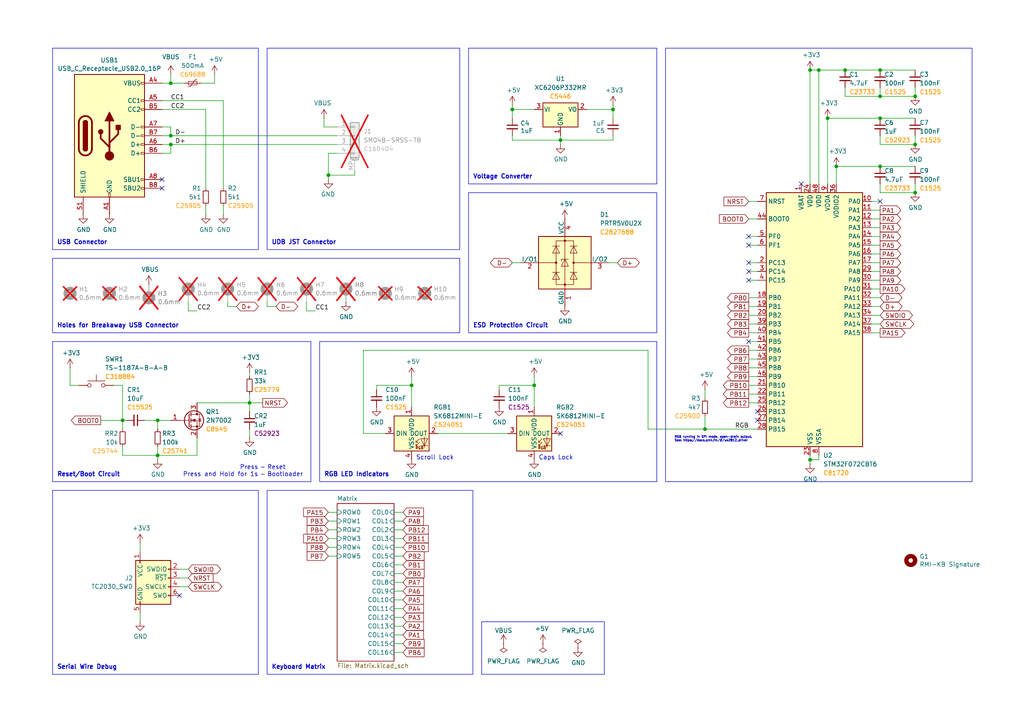
<source format=kicad_sch>
(kicad_sch (version 20231120) (generator "eeschema") (generator_version "8.0")
  (paper "A4")
  (title_block (title "X88H - Hybrid ver.") (date "2024-07-22") (company "RMI-KB"))
  (junction (at 72.39 116.84))
  (junction (at 49.53 41.91))
  (junction (at 119.38 111.76))
  (junction (at 35.56 121.92))
  (junction (at 234.95 133.35))
  (junction (at 265.43 55.88))
  (junction (at 204.47 124.46))
  (junction (at 255.27 34.29))
  (junction (at 162.56 40.64))
  (junction (at 148.59 31.75))
  (junction (at 242.57 48.26))
  (junction (at 95.25 50.8))
  (junction (at 49.53 24.13))
  (junction (at 237.49 20.32))
  (junction (at 255.27 27.94))
  (junction (at 154.94 111.76))
  (junction (at 45.72 121.92))
  (junction (at 255.27 48.26))
  (junction (at 245.11 20.32))
  (junction (at 255.27 20.32))
  (junction (at 265.43 41.91))
  (junction (at 177.8 31.75))
  (junction (at 234.95 20.32))
  (junction (at 45.72 132.08))
  (junction (at 49.53 39.37))
  (junction (at 240.03 34.29))
  (junction (at 265.43 27.94))
  (no_connect (at 217.17 78.74))
  (no_connect (at 217.17 71.12))
  (no_connect (at 255.27 58.42))
  (no_connect (at 46.99 54.61))
  (no_connect (at 219.71 121.92))
  (no_connect (at 162.56 125.73))
  (no_connect (at 217.17 68.58))
  (no_connect (at 52.07 172.72))
  (no_connect (at 219.71 119.38))
  (no_connect (at 217.17 76.2))
  (no_connect (at 46.99 52.07))
  (no_connect (at 217.17 81.28))
  (no_connect (at 232.41 53.34))
  (no_connect (at 217.17 99.06))
  (wire (pts (xy 29.21 121.92) (xy 35.56 121.92)))
  (wire (pts (xy 217.17 93.98) (xy 219.71 93.98)))
  (wire (pts (xy 217.17 68.58) (xy 219.71 68.58)))
  (wire (pts (xy 49.53 24.13) (xy 46.99 24.13)))
  (wire (pts (xy 252.73 71.12) (xy 255.27 71.12)))
  (wire (pts (xy 72.39 114.3) (xy 72.39 116.84)))
  (wire (pts (xy 49.53 24.13) (xy 53.34 24.13)))
  (wire (pts (xy 162.56 40.64) (xy 162.56 41.91)))
  (wire (pts (xy 91.44 90.17) (xy 88.9 90.17)))
  (wire (pts (xy 54.61 90.17) (xy 54.61 87.63)))
  (wire (pts (xy 57.15 90.17) (xy 54.61 90.17)))
  (wire (pts (xy 119.38 109.22) (xy 119.38 111.76)))
  (wire (pts (xy 40.64 180.34) (xy 40.64 177.8)))
  (wire (pts (xy 252.73 83.82) (xy 255.27 83.82)))
  (wire (pts (xy 102.87 50.8) (xy 95.25 50.8)))
  (wire (pts (xy 252.73 60.96) (xy 255.27 60.96)))
  (wire (pts (xy 45.72 132.08) (xy 57.15 132.08)))
  (wire (pts (xy 46.99 36.83) (xy 49.53 36.83)))
  (wire (pts (xy 33.02 111.76) (xy 35.56 111.76)))
  (wire (pts (xy 66.04 88.9) (xy 66.04 87.63)))
  (wire (pts (xy 62.23 24.13) (xy 62.23 21.59)))
  (wire (pts (xy 116.84 166.37) (xy 114.3 166.37)))
  (wire (pts (xy 144.78 111.76) (xy 154.94 111.76)))
  (wire (pts (xy 46.99 29.21) (xy 64.77 29.21)))
  (wire (pts (xy 97.79 36.83) (xy 93.98 36.83)))
  (wire (pts (xy 45.72 133.35) (xy 45.72 132.08)))
  (wire (pts (xy 57.15 116.84) (xy 72.39 116.84)))
  (wire (pts (xy 76.2 116.84) (xy 72.39 116.84)))
  (wire (pts (xy 252.73 73.66) (xy 255.27 73.66)))
  (wire (pts (xy 255.27 27.94) (xy 265.43 27.94)))
  (wire (pts (xy 255.27 88.9) (xy 252.73 88.9)))
  (wire (pts (xy 234.95 133.35) (xy 237.49 133.35)))
  (wire (pts (xy 217.17 101.6) (xy 219.71 101.6)))
  (wire (pts (xy 148.59 76.2) (xy 151.13 76.2)))
  (wire (pts (xy 217.17 91.44) (xy 219.71 91.44)))
  (wire (pts (xy 234.95 20.32) (xy 237.49 20.32)))
  (wire (pts (xy 217.17 111.76) (xy 219.71 111.76)))
  (wire (pts (xy 252.73 58.42) (xy 255.27 58.42)))
  (wire (pts (xy 148.59 30.48) (xy 148.59 31.75)))
  (wire (pts (xy 148.59 31.75) (xy 154.94 31.75)))
  (wire (pts (xy 255.27 55.88) (xy 255.27 53.34)))
  (wire (pts (xy 252.73 68.58) (xy 255.27 68.58)))
  (wire (pts (xy 242.57 53.34) (xy 242.57 48.26)))
  (wire (pts (xy 35.56 132.08) (xy 45.72 132.08)))
  (wire (pts (xy 59.69 59.69) (xy 59.69 62.23)))
  (wire (pts (xy 40.64 157.48) (xy 40.64 160.02)))
  (wire (pts (xy 217.17 96.52) (xy 219.71 96.52)))
  (wire (pts (xy 20.32 106.68) (xy 20.32 111.76)))
  (wire (pts (xy 66.04 88.9) (xy 68.58 88.9)))
  (wire (pts (xy 49.53 44.45) (xy 46.99 44.45)))
  (wire (pts (xy 252.73 81.28) (xy 255.27 81.28)))
  (wire (pts (xy 148.59 40.64) (xy 162.56 40.64)))
  (wire (pts (xy 217.17 116.84) (xy 219.71 116.84)))
  (wire (pts (xy 116.84 171.45) (xy 114.3 171.45)))
  (wire (pts (xy 49.53 39.37) (xy 46.99 39.37)))
  (wire (pts (xy 252.73 76.2) (xy 255.27 76.2)))
  (wire (pts (xy 116.84 189.23) (xy 114.3 189.23)))
  (wire (pts (xy 58.42 24.13) (xy 62.23 24.13)))
  (wire (pts (xy 217.17 76.2) (xy 219.71 76.2)))
  (wire (pts (xy 45.72 121.92) (xy 49.53 121.92)))
  (wire (pts (xy 109.22 113.03) (xy 109.22 111.76)))
  (wire (pts (xy 177.8 31.75) (xy 177.8 34.29)))
  (wire (pts (xy 49.53 41.91) (xy 97.79 41.91)))
  (wire (pts (xy 154.94 111.76) (xy 154.94 118.11)))
  (wire (pts (xy 255.27 41.91) (xy 265.43 41.91)))
  (wire (pts (xy 245.11 27.94) (xy 255.27 27.94)))
  (wire (pts (xy 127 125.73) (xy 147.32 125.73)))
  (wire (pts (xy 116.84 153.67) (xy 114.3 153.67)))
  (wire (pts (xy 57.15 132.08) (xy 57.15 127)))
  (wire (pts (xy 252.73 66.04) (xy 255.27 66.04)))
  (wire (pts (xy 45.72 124.46) (xy 45.72 121.92)))
  (wire (pts (xy 217.17 114.3) (xy 219.71 114.3)))
  (wire (pts (xy 217.17 109.22) (xy 219.71 109.22)))
  (wire (pts (xy 217.17 71.12) (xy 219.71 71.12)))
  (wire (pts (xy 116.84 168.91) (xy 114.3 168.91)))
  (wire (pts (xy 35.56 111.76) (xy 35.56 121.92)))
  (wire (pts (xy 265.43 25.4) (xy 265.43 27.94)))
  (wire (pts (xy 41.91 121.92) (xy 45.72 121.92)))
  (wire (pts (xy 255.27 86.36) (xy 252.73 86.36)))
  (wire (pts (xy 116.84 148.59) (xy 114.3 148.59)))
  (wire (pts (xy 265.43 34.29) (xy 255.27 34.29)))
  (wire (pts (xy 95.25 153.67) (xy 97.79 153.67)))
  (wire (pts (xy 217.17 99.06) (xy 219.71 99.06)))
  (wire (pts (xy 72.39 116.84) (xy 72.39 119.38)))
  (wire (pts (xy 177.8 40.64) (xy 177.8 39.37)))
  (wire (pts (xy 240.03 34.29) (xy 255.27 34.29)))
  (wire (pts (xy 49.53 39.37) (xy 97.79 39.37)))
  (wire (pts (xy 54.61 165.1) (xy 52.07 165.1)))
  (wire (pts (xy 217.17 63.5) (xy 219.71 63.5)))
  (wire (pts (xy 95.25 50.8) (xy 95.25 52.07)))
  (wire (pts (xy 217.17 78.74) (xy 219.71 78.74)))
  (wire (pts (xy 52.07 167.64) (xy 54.61 167.64)))
  (wire (pts (xy 116.84 186.69) (xy 114.3 186.69)))
  (wire (pts (xy 144.78 113.03) (xy 144.78 111.76)))
  (wire (pts (xy 217.17 58.42) (xy 219.71 58.42)))
  (wire (pts (xy 97.79 44.45) (xy 95.25 44.45)))
  (wire (pts (xy 116.84 156.21) (xy 114.3 156.21)))
  (wire (pts (xy 36.83 121.92) (xy 35.56 121.92)))
  (wire (pts (xy 20.32 111.76) (xy 22.86 111.76)))
  (wire (pts (xy 265.43 20.32) (xy 255.27 20.32)))
  (wire (pts (xy 255.27 55.88) (xy 265.43 55.88)))
  (wire (pts (xy 240.03 34.29) (xy 240.03 53.34)))
  (wire (pts (xy 95.25 151.13) (xy 97.79 151.13)))
  (wire (pts (xy 217.17 106.68) (xy 219.71 106.68)))
  (wire (pts (xy 49.53 41.91) (xy 49.53 44.45)))
  (wire (pts (xy 64.77 29.21) (xy 64.77 54.61)))
  (wire (pts (xy 80.01 88.9) (xy 77.47 88.9)))
  (wire (pts (xy 265.43 55.88) (xy 265.43 53.34)))
  (wire (pts (xy 204.47 120.65) (xy 204.47 124.46)))
  (wire (pts (xy 204.47 124.46) (xy 219.71 124.46)))
  (wire (pts (xy 234.95 132.08) (xy 234.95 133.35)))
  (wire (pts (xy 217.17 81.28) (xy 219.71 81.28)))
  (wire (pts (xy 116.84 181.61) (xy 114.3 181.61)))
  (wire (pts (xy 187.96 124.46) (xy 187.96 101.6)))
  (wire (pts (xy 77.47 88.9) (xy 77.47 87.63)))
  (wire (pts (xy 217.17 86.36) (xy 219.71 86.36)))
  (wire (pts (xy 35.56 129.54) (xy 35.56 132.08)))
  (wire (pts (xy 252.73 96.52) (xy 255.27 96.52)))
  (wire (pts (xy 255.27 20.32) (xy 245.11 20.32)))
  (wire (pts (xy 204.47 124.46) (xy 187.96 124.46)))
  (wire (pts (xy 95.25 44.45) (xy 95.25 50.8)))
  (wire (pts (xy 116.84 179.07) (xy 114.3 179.07)))
  (wire (pts (xy 72.39 107.95) (xy 72.39 109.22)))
  (wire (pts (xy 255.27 48.26) (xy 265.43 48.26)))
  (wire (pts (xy 105.41 125.73) (xy 111.76 125.73)))
  (wire (pts (xy 64.77 59.69) (xy 64.77 62.23)))
  (wire (pts (xy 88.9 90.17) (xy 88.9 87.63)))
  (wire (pts (xy 265.43 39.37) (xy 265.43 41.91)))
  (wire (pts (xy 59.69 54.61) (xy 59.69 31.75)))
  (wire (pts (xy 170.18 31.75) (xy 177.8 31.75)))
  (wire (pts (xy 154.94 109.22) (xy 154.94 111.76)))
  (wire (pts (xy 234.95 133.35) (xy 234.95 134.62)))
  (wire (pts (xy 252.73 78.74) (xy 255.27 78.74)))
  (wire (pts (xy 255.27 93.98) (xy 252.73 93.98)))
  (wire (pts (xy 148.59 39.37) (xy 148.59 40.64)))
  (wire (pts (xy 49.53 41.91) (xy 46.99 41.91)))
  (wire (pts (xy 45.72 129.54) (xy 45.72 132.08)))
  (wire (pts (xy 217.17 88.9) (xy 219.71 88.9)))
  (wire (pts (xy 217.17 104.14) (xy 219.71 104.14)))
  (wire (pts (xy 234.95 53.34) (xy 234.95 20.32)))
  (wire (pts (xy 148.59 31.75) (xy 148.59 34.29)))
  (wire (pts (xy 49.53 36.83) (xy 49.53 39.37)))
  (wire (pts (xy 252.73 63.5) (xy 255.27 63.5)))
  (wire (pts (xy 95.25 156.21) (xy 97.79 156.21)))
  (wire (pts (xy 59.69 31.75) (xy 46.99 31.75)))
  (wire (pts (xy 116.84 176.53) (xy 114.3 176.53)))
  (wire (pts (xy 237.49 20.32) (xy 245.11 20.32)))
  (wire (pts (xy 105.41 101.6) (xy 105.41 125.73)))
  (wire (pts (xy 95.25 148.59) (xy 97.79 148.59)))
  (wire (pts (xy 204.47 113.03) (xy 204.47 115.57)))
  (wire (pts (xy 116.84 163.83) (xy 114.3 163.83)))
  (wire (pts (xy 52.07 170.18) (xy 54.61 170.18)))
  (wire (pts (xy 49.53 21.59) (xy 49.53 24.13)))
  (wire (pts (xy 116.84 173.99) (xy 114.3 173.99)))
  (wire (pts (xy 72.39 124.46) (xy 72.39 127)))
  (wire (pts (xy 237.49 20.32) (xy 237.49 53.34)))
  (wire (pts (xy 245.11 25.4) (xy 245.11 27.94)))
  (wire (pts (xy 95.25 161.29) (xy 97.79 161.29)))
  (wire (pts (xy 116.84 158.75) (xy 114.3 158.75)))
  (wire (pts (xy 116.84 161.29) (xy 114.3 161.29)))
  (wire (pts (xy 116.84 151.13) (xy 114.3 151.13)))
  (wire (pts (xy 255.27 91.44) (xy 252.73 91.44)))
  (wire (pts (xy 255.27 39.37) (xy 255.27 41.91)))
  (wire (pts (xy 237.49 133.35) (xy 237.49 132.08)))
  (wire (pts (xy 177.8 31.75) (xy 177.8 30.48)))
  (wire (pts (xy 187.96 101.6) (xy 105.41 101.6)))
  (wire (pts (xy 162.56 39.37) (xy 162.56 40.64)))
  (wire (pts (xy 102.87 49.53) (xy 102.87 50.8)))
  (wire (pts (xy 242.57 48.26) (xy 255.27 48.26)))
  (wire (pts (xy 119.38 111.76) (xy 119.38 118.11)))
  (wire (pts (xy 95.25 158.75) (xy 97.79 158.75)))
  (wire (pts (xy 93.98 34.29) (xy 93.98 36.83)))
  (wire (pts (xy 35.56 121.92) (xy 35.56 124.46)))
  (wire (pts (xy 162.56 40.64) (xy 177.8 40.64)))
  (wire (pts (xy 116.84 184.15) (xy 114.3 184.15)))
  (wire (pts (xy 109.22 111.76) (xy 119.38 111.76)))
  (wire (pts (xy 176.53 76.2) (xy 179.07 76.2)))
  (wire (pts (xy 255.27 25.4) (xy 255.27 27.94)))
  (rectangle (start 193.04 13.97) (end 281.94 139.7))
  (rectangle (start 77.47 13.97) (end 133.35 72.39))
  (rectangle (start 139.7 180.34) (end 175.26 195.58))
  (rectangle (start 135.89 13.97) (end 190.5 53.34))
  (rectangle (start 15.24 74.93) (end 133.35 96.52))
  (rectangle (start 77.47 142.24) (end 137.16 195.58))
  (rectangle (start 135.89 55.88) (end 190.5 96.52))
  (rectangle (start 15.24 13.97) (end 74.93 72.39))
  (rectangle (start 92.71 99.06) (end 190.5 139.7))
  (rectangle (start 15.24 99.06) (end 90.17 139.7))
  (rectangle (start 15.24 142.24) (end 74.93 195.58))
  (text "Holes for Breakaway USB Connector" (at 16.51 95.25 0) (effects (font (size 1.27 1.27) (thickness 0.254) (bold yes)) (justify left bottom)))
  (text "Reset\nBootloader" (at 77.47 138.43 0) (effects (font (size 1.27 1.27)) (justify left bottom)))
  (text "ESD Protection Circuit" (at 137.16 95.25 0) (effects (font (size 1.27 1.27) (thickness 0.254) (bold yes)) (justify left bottom)))
  (text "Caps Lock" (at 156.21 132.08 0) (effects (font (size 1.27 1.27)) (justify left top)))
  (text "RGB running in SPI mode, open-drain output.\nSee: https://docs.qmk.fm/#/ws2812_driver" (at 195.58 128.27 0) (effects (font (size 0.635 0.635)) (justify left bottom)))
  (text "-\n-" (at 76.2 138.43 0) (effects (font (size 1.27 1.27)) (justify bottom)))
  (text "UDB JST Connector" (at 78.74 71.12 0) (effects (font (size 1.27 1.27) (thickness 0.254) (bold yes)) (justify left bottom)))
  (text "RGB LED Indicators" (at 93.98 138.43 0) (effects (font (size 1.27 1.27) (thickness 0.254) (bold yes)) (justify left bottom)))
  (text "Voltage Converter" (at 137.16 52.07 0) (effects (font (size 1.27 1.27) (thickness 0.254) (bold yes)) (justify left bottom)))
  (text "Press\nPress and Hold for 1s" (at 74.93 138.43 0) (effects (font (size 1.27 1.27)) (justify right bottom)))
  (text "Reset/Boot Circuit" (at 16.51 138.43 0) (effects (font (size 1.27 1.27) (thickness 0.254) (bold yes)) (justify left bottom)))
  (text "Serial Wire Debug" (at 16.51 194.31 0) (effects (font (size 1.27 1.27) (thickness 0.254) (bold yes)) (justify left bottom)))
  (text "Keyboard Matrix" (at 78.74 194.31 0) (effects (font (size 1.27 1.27) (thickness 0.254) (bold yes)) (justify left bottom)))
  (text "USB Connector" (at 16.51 71.12 0) (effects (font (size 1.27 1.27) (thickness 0.254) (bold yes)) (justify left bottom)))
  (text "Scroll Lock" (at 120.65 132.08 0) (effects (font (size 1.27 1.27)) (justify left top)))
  (label "CC1" (at 91.44 90.17 0))
  (label "RGB" (at 217.17 124.46 180))
  (label "CC1" (at 49.53 29.21 0))
  (label "CC2" (at 57.15 90.17 0))
  (label "D+" (at 50.8 41.91 0))
  (label "CC2" (at 49.53 31.75 0))
  (label "D-" (at 50.8 39.37 0))
  (global_label "PA10" (shape input) (at 95.25 156.21 180) (property "Intersheetrefs" "${INTERSHEET_REFS}" (effects (hide yes))))
  (global_label "NRST" (shape input) (at 54.61 167.64 0) (property "Intersheetrefs" "${INTERSHEET_REFS}" (effects (hide yes))))
  (global_label "D+" (shape bidirectional) (at 179.07 76.2 0) (property "Intersheetrefs" "${INTERSHEET_REFS}" (effects (hide yes))))
  (global_label "PB9" (shape input) (at 116.84 186.69 0) (property "Intersheetrefs" "${INTERSHEET_REFS}" (effects (hide yes))))
  (global_label "PB10" (shape output) (at 217.17 111.76 180) (property "Intersheetrefs" "${INTERSHEET_REFS}" (effects (hide yes))))
  (global_label "PB1" (shape output) (at 217.17 88.9 180) (property "Intersheetrefs" "${INTERSHEET_REFS}" (effects (hide yes))))
  (global_label "SWCLK" (shape bidirectional) (at 255.27 93.98 0) (property "Intersheetrefs" "${INTERSHEET_REFS}" (effects (hide yes))))
  (global_label "BOOT0" (shape output) (at 29.21 121.92 180) (property "Intersheetrefs" "${INTERSHEET_REFS}" (effects (hide yes))))
  (global_label "PA10" (shape output) (at 255.27 83.82 0) (property "Intersheetrefs" "${INTERSHEET_REFS}" (effects (hide yes))))
  (global_label "PA4" (shape output) (at 255.27 68.58 0) (property "Intersheetrefs" "${INTERSHEET_REFS}" (effects (hide yes))))
  (global_label "D+" (shape bidirectional) (at 68.58 88.9 0) (property "Intersheetrefs" "${INTERSHEET_REFS}" (effects (hide yes))))
  (global_label "NRST" (shape output) (at 76.2 116.84 0) (property "Intersheetrefs" "${INTERSHEET_REFS}" (effects (hide yes))))
  (global_label "PB9" (shape output) (at 217.17 109.22 180) (property "Intersheetrefs" "${INTERSHEET_REFS}" (effects (hide yes))))
  (global_label "PB12" (shape output) (at 217.17 116.84 180) (property "Intersheetrefs" "${INTERSHEET_REFS}" (effects (hide yes))))
  (global_label "D+" (shape bidirectional) (at 255.27 88.9 0) (property "Intersheetrefs" "${INTERSHEET_REFS}" (effects (hide yes))))
  (global_label "PB0" (shape input) (at 116.84 166.37 0) (property "Intersheetrefs" "${INTERSHEET_REFS}" (effects (hide yes))))
  (global_label "PA7" (shape output) (at 255.27 76.2 0) (property "Intersheetrefs" "${INTERSHEET_REFS}" (effects (hide yes))))
  (global_label "PA1" (shape input) (at 116.84 184.15 0) (property "Intersheetrefs" "${INTERSHEET_REFS}" (effects (hide yes))))
  (global_label "PA3" (shape input) (at 116.84 179.07 0) (property "Intersheetrefs" "${INTERSHEET_REFS}" (effects (hide yes))))
  (global_label "SWDIO" (shape bidirectional) (at 54.61 165.1 0) (property "Intersheetrefs" "${INTERSHEET_REFS}" (effects (hide yes))))
  (global_label "PA6" (shape output) (at 255.27 73.66 0) (property "Intersheetrefs" "${INTERSHEET_REFS}" (effects (hide yes))))
  (global_label "PA3" (shape output) (at 255.27 66.04 0) (property "Intersheetrefs" "${INTERSHEET_REFS}" (effects (hide yes))))
  (global_label "D-" (shape bidirectional) (at 80.01 88.9 0) (property "Intersheetrefs" "${INTERSHEET_REFS}" (effects (hide yes))))
  (global_label "PB1" (shape input) (at 116.84 163.83 0) (property "Intersheetrefs" "${INTERSHEET_REFS}" (effects (hide yes))))
  (global_label "PA15" (shape input) (at 95.25 148.59 180) (property "Intersheetrefs" "${INTERSHEET_REFS}" (effects (hide yes))))
  (global_label "BOOT0" (shape input) (at 217.17 63.5 180) (property "Intersheetrefs" "${INTERSHEET_REFS}" (effects (hide yes))))
  (global_label "PA4" (shape input) (at 116.84 176.53 0) (property "Intersheetrefs" "${INTERSHEET_REFS}" (effects (hide yes))))
  (global_label "PA8" (shape output) (at 255.27 78.74 0) (property "Intersheetrefs" "${INTERSHEET_REFS}" (effects (hide yes))))
  (global_label "PA9" (shape input) (at 116.84 148.59 0) (property "Intersheetrefs" "${INTERSHEET_REFS}" (effects (hide yes))))
  (global_label "PB12" (shape input) (at 116.84 153.67 0) (property "Intersheetrefs" "${INTERSHEET_REFS}" (effects (hide yes))))
  (global_label "PA8" (shape input) (at 116.84 151.13 0) (property "Intersheetrefs" "${INTERSHEET_REFS}" (effects (hide yes))))
  (global_label "PA2" (shape input) (at 116.84 181.61 0) (property "Intersheetrefs" "${INTERSHEET_REFS}" (effects (hide yes))))
  (global_label "PA6" (shape input) (at 116.84 171.45 0) (property "Intersheetrefs" "${INTERSHEET_REFS}" (effects (hide yes))))
  (global_label "SWDIO" (shape bidirectional) (at 255.27 91.44 0) (property "Intersheetrefs" "${INTERSHEET_REFS}" (effects (hide yes))))
  (global_label "PA1" (shape output) (at 255.27 60.96 0) (property "Intersheetrefs" "${INTERSHEET_REFS}" (effects (hide yes))))
  (global_label "PA7" (shape input) (at 116.84 168.91 0) (property "Intersheetrefs" "${INTERSHEET_REFS}" (effects (hide yes))))
  (global_label "PB6" (shape input) (at 116.84 189.23 0) (property "Intersheetrefs" "${INTERSHEET_REFS}" (effects (hide yes))))
  (global_label "PA9" (shape output) (at 255.27 81.28 0) (property "Intersheetrefs" "${INTERSHEET_REFS}" (effects (hide yes))))
  (global_label "PB3" (shape output) (at 217.17 93.98 180) (property "Intersheetrefs" "${INTERSHEET_REFS}" (effects (hide yes))))
  (global_label "PB2" (shape output) (at 217.17 91.44 180) (property "Intersheetrefs" "${INTERSHEET_REFS}" (effects (hide yes))))
  (global_label "D-" (shape bidirectional) (at 255.27 86.36 0) (property "Intersheetrefs" "${INTERSHEET_REFS}" (effects (hide yes))))
  (global_label "PB7" (shape output) (at 217.17 104.14 180) (property "Intersheetrefs" "${INTERSHEET_REFS}" (effects (hide yes))))
  (global_label "PB4" (shape output) (at 217.17 96.52 180) (property "Intersheetrefs" "${INTERSHEET_REFS}" (effects (hide yes))))
  (global_label "PB10" (shape input) (at 116.84 158.75 0) (property "Intersheetrefs" "${INTERSHEET_REFS}" (effects (hide yes))))
  (global_label "PB8" (shape input) (at 95.25 158.75 180) (property "Intersheetrefs" "${INTERSHEET_REFS}" (effects (hide yes))))
  (global_label "PB3" (shape input) (at 95.25 151.13 180) (property "Intersheetrefs" "${INTERSHEET_REFS}" (effects (hide yes))))
  (global_label "PB6" (shape output) (at 217.17 101.6 180) (property "Intersheetrefs" "${INTERSHEET_REFS}" (effects (hide yes))))
  (global_label "PA2" (shape output) (at 255.27 63.5 0) (property "Intersheetrefs" "${INTERSHEET_REFS}" (effects (hide yes))))
  (global_label "PB8" (shape output) (at 217.17 106.68 180) (property "Intersheetrefs" "${INTERSHEET_REFS}" (effects (hide yes))))
  (global_label "NRST" (shape input) (at 217.17 58.42 180) (property "Intersheetrefs" "${INTERSHEET_REFS}" (effects (hide yes))))
  (global_label "PB11" (shape input) (at 116.84 156.21 0) (property "Intersheetrefs" "${INTERSHEET_REFS}" (effects (hide yes))))
  (global_label "PB11" (shape output) (at 217.17 114.3 180) (property "Intersheetrefs" "${INTERSHEET_REFS}" (effects (hide yes))))
  (global_label "PB2" (shape input) (at 116.84 161.29 0) (property "Intersheetrefs" "${INTERSHEET_REFS}" (effects (hide yes))))
  (global_label "PA15" (shape output) (at 255.27 96.52 0) (property "Intersheetrefs" "${INTERSHEET_REFS}" (effects (hide yes))))
  (global_label "PB7" (shape input) (at 95.25 161.29 180) (property "Intersheetrefs" "${INTERSHEET_REFS}" (effects (hide yes))))
  (global_label "PB4" (shape input) (at 95.25 153.67 180) (property "Intersheetrefs" "${INTERSHEET_REFS}" (effects (hide yes))))
  (global_label "SWCLK" (shape bidirectional) (at 54.61 170.18 0) (property "Intersheetrefs" "${INTERSHEET_REFS}" (effects (hide yes))))
  (global_label "PA5" (shape input) (at 116.84 173.99 0) (property "Intersheetrefs" "${INTERSHEET_REFS}" (effects (hide yes))))
  (global_label "PB0" (shape output) (at 217.17 86.36 180) (property "Intersheetrefs" "${INTERSHEET_REFS}" (effects (hide yes))))
  (global_label "PA5" (shape output) (at 255.27 71.12 0) (property "Intersheetrefs" "${INTERSHEET_REFS}" (effects (hide yes))))
  (global_label "D-" (shape bidirectional) (at 148.59 76.2 180) (property "Intersheetrefs" "${INTERSHEET_REFS}" (effects (hide yes))))
  (symbol (lib_id "Mechanical:MountingHole") (at 264.16 162.56 0) (unit 1) (in_bom no)
    (property "Reference" "G1" (at 266.7 161.3916 0) (effects (justify left)))
    (property "Value" "RMI-KB Signature" (at 266.7 163.703 0) (effects (justify left)))
    (property "Footprint" "Ramon:Signature" (effects (hide yes)))
  )
  (symbol (lib_id "Device:C_Small") (at 255.27 22.86 0) (unit 1)
    (property "Reference" "C2" (at 256.54 21.59 0) (effects (justify left)))
    (property "Value" "100nF" (at 256.54 24.13 0) (effects (justify left)))
    (property "Footprint" "Capacitor_SMD:C_0402_1005Metric" (effects (hide yes)))
    (property "LCSC" "C1525" (at 256.54 26.67 0) (effects (justify left)))
    (property "MPN" "CL05B104KO5NNNC" (effects (hide yes)))
  )
  (symbol (lib_id "MCU_ST_STM32F0:STM32F072C8Tx") (at 234.95 93.98 0) (unit 1)
    (property "Reference" "U2" (at 238.76 132.08 0) (effects (justify left)))
    (property "Value" "STM32F072CBT6" (at 238.76 134.62 0) (effects (justify left)))
    (property "Footprint" "Package_QFP:LQFP-48_7x7mm_P0.5mm" (effects (hide yes)))
    (property "Datasheet" "http://www.st.com/st-web-ui/static/active/en/resource/technical/document/datasheet/DM00090510.pdf" (effects (hide yes)))
    (property "LCSC" "C81720" (at 238.76 137.16 0) (effects (justify left)))
    (property "MPN" "STM32F072CBT6" (effects (hide yes)))
  )
  (symbol (lib_id "power:GND") (at 144.78 118.11 0) (unit 1)
    (property "Reference" "#PWR028" (effects (hide yes)))
    (property "Value" "GND" (at 144.8816 122.4534 0))
  )
  (symbol (lib_id "Connector:USB_C_Receptacle_USB2.0_16P") (at 31.75 39.37 0) (unit 1)
    (property "Reference" "USB1" (at 31.75 17.4455 0))
    (property "Value" "USB_C_Receptacle_USB2.0_16P" (at 31.75 19.8698 0))
    (property "Footprint" "PCM_marbastlib-various:USB_C_Receptacle_HRO_TYPE-C-31-M-12" (effects (hide yes)))
    (property "Datasheet" "https://www.usb.org/sites/default/files/documents/usb_type-c.zip" (effects (hide yes)))
    (property "Description" "USB 2.0-only 16P Type-C Receptacle connector" (effects (hide yes)))
    (property "LCSC" "C165948" (effects (hide yes)))
    (property "MPN" "TYPE-C-31-M-12" (effects (hide yes)))
  )
  (symbol (lib_id "Transistor_FET:2N7002") (at 54.61 121.92 0) (unit 1)
    (property "Reference" "QR1" (at 59.69 119.38 0) (effects (justify left)))
    (property "Value" "2N7002" (at 59.69 121.92 0) (effects (justify left)))
    (property "Footprint" "Package_TO_SOT_SMD:SOT-23" (effects (hide yes)))
    (property "Datasheet" "https://www.fairchildsemi.com/datasheets/2N/2N7002.pdf" (effects (hide yes)))
    (property "LCSC" "C8545" (at 59.69 124.46 0) (effects (justify left)))
    (property "MPN" "2N7002" (effects (hide yes)))
  )
  (symbol (lib_id "Connector_Generic_MountingPin:Conn_01x04_MountingPin") (at 102.87 39.37 0) (unit 1) (in_bom no) (on_board no) (dnp yes)
    (property "Reference" "J1" (at 105.41 38.1 0) (effects (justify left)))
    (property "Value" "SM04B-SRSS-TB" (at 105.41 40.64 0) (effects (justify left)))
    (property "Footprint" "Connector_JST:JST_SH_SM04B-SRSS-TB_1x04-1MP_P1.00mm_Horizontal" (effects (hide yes)))
    (property "LCSC" "C160404" (at 105.41 43.18 0) (effects (justify left)))
    (property "MPN" "SM04B-SRSS-TB(LF)(SN)" (effects (hide yes)))
  )
  (symbol (lib_id "power:+3V3") (at 234.95 20.32 0) (unit 1)
    (property "Reference" "#PWR01" (effects (hide yes)))
    (property "Value" "+3V3" (at 235.331 15.9258 0))
  )
  (symbol (lib_id "power:GND") (at 162.56 41.91 0) (unit 1)
    (property "Reference" "#PWR09" (effects (hide yes)))
    (property "Value" "GND" (at 162.6616 46.1772 0))
  )
  (symbol (lib_id "power:GND") (at 163.83 88.9 0) (unit 1)
    (property "Reference" "#PWR021" (effects (hide yes)))
    (property "Value" "GND" (at 163.9316 93.1672 0))
  )
  (symbol (lib_id "Device:R_Small") (at 35.56 127 0) (mirror x) (unit 1)
    (property "Reference" "RR2" (at 34.29 125.73 0) (effects (justify right)))
    (property "Value" "10k" (at 34.29 128.27 0) (effects (justify right)))
    (property "Footprint" "Resistor_SMD:R_0402_1005Metric" (effects (hide yes)))
    (property "LCSC" "C25744" (at 34.29 130.81 0) (effects (justify right)))
    (property "MPN" "0402WGF1002TCE" (effects (hide yes)))
  )
  (symbol (lib_id "Device:C_Small") (at 148.59 36.83 0) (unit 1)
    (property "Reference" "C4" (at 150.9268 35.7378 0) (effects (justify left)))
    (property "Value" "1uF" (at 150.9268 37.9222 0) (effects (justify left)))
    (property "Footprint" "Capacitor_SMD:C_0402_1005Metric" (effects (hide yes)))
    (property "LCSC" "C52923" (effects (hide yes)))
    (property "MPN" "CL05A105KA5NQNC" (effects (hide yes)))
  )
  (symbol (lib_id "Mechanical:MountingHole") (at 31.75 85.09 0) (unit 1) (in_bom no) (on_board no) (dnp yes)
    (property "Reference" "H2" (at 34.29 83.8779 0) (effects (justify left)))
    (property "Value" "0.6mm" (at 34.29 86.3021 0) (effects (justify left)))
    (property "Footprint" "LocalLibrary:Hole_0.6mm" (effects (hide yes)))
  )
  (symbol (lib_id "PCM_marbastlib-various:SK6812MINI-E") (at 154.94 125.73 0) (unit 1)
    (property "Reference" "RGB2" (at 161.29 118.11 0) (effects (justify left)))
    (property "Value" "SK6812MINI-E" (at 161.29 120.65 0) (effects (justify left)))
    (property "Footprint" "PCM_marbastlib-various:LED_6028R" (effects (hide yes)))
    (property "Description" "Reverse mount adressable LED (WS2812 protocol)" (effects (hide yes)))
    (property "LCSC" "C524051" (at 161.29 123.19 0) (effects (justify left)))
    (property "MPN" "SK6812MINI-E" (effects (hide yes)))
  )
  (symbol (lib_id "Mechanical:MountingHole_Pad") (at 66.04 85.09 0) (unit 1) (in_bom no) (on_board no) (dnp yes)
    (property "Reference" "H5" (at 68.58 82.6079 0) (effects (justify left)))
    (property "Value" "0.6mm" (at 68.58 85.0321 0) (effects (justify left)))
    (property "Footprint" "LocalLibrary:Hole_0.6mm_Pad" (effects (hide yes)))
  )
  (symbol (lib_id "Device:Polyfuse_Small") (at 55.88 24.13 270) (unit 1)
    (property "Reference" "F1" (at 55.88 16.51 90))
    (property "Value" "500mA" (at 55.88 19.05 90))
    (property "Footprint" "Fuse:Fuse_1206_3216Metric_Pad1.42x1.75mm_HandSolder" (effects (hide yes)))
    (property "LCSC" "C69688" (at 55.88 21.59 90))
    (property "MPN" "nSMD050" (effects (hide yes)))
  )
  (symbol (lib_id "power:+3V3") (at 240.03 34.29 0) (unit 1)
    (property "Reference" "#PWR08" (effects (hide yes)))
    (property "Value" "+3V3" (at 240.411 29.8958 0))
  )
  (symbol (lib_id "power:+5V") (at 119.38 109.22 0) (unit 1)
    (property "Reference" "#PWR024" (effects (hide yes)))
    (property "Value" "+5V" (at 119.7356 104.8512 0))
  )
  (symbol (lib_id "power:+3V3") (at 20.32 106.68 0) (unit 1)
    (property "Reference" "#PWR022" (effects (hide yes)))
    (property "Value" "+3V3" (at 20.6756 102.3874 0))
  )
  (symbol (lib_id "Device:C_Small") (at 109.22 115.57 0) (unit 1)
    (property "Reference" "C10" (at 111.76 113.03 0) (effects (justify left)))
    (property "Value" "100nF" (at 111.76 115.57 0) (effects (justify left)))
    (property "Footprint" "Capacitor_SMD:C_0402_1005Metric" (effects (hide yes)))
    (property "LCSC" "C1525" (at 111.76 118.11 0) (effects (justify left)))
    (property "MPN" "CL05B104KO5NNNC" (effects (hide yes)))
  )
  (symbol (lib_id "Device:C_Small") (at 265.43 50.8 0) (unit 1)
    (property "Reference" "C9" (at 266.7 49.53 0) (effects (justify left)))
    (property "Value" "100nF" (at 266.7 52.07 0) (effects (justify left)))
    (property "Footprint" "Capacitor_SMD:C_0402_1005Metric" (effects (hide yes)))
    (property "LCSC" "C1525" (at 266.7 54.61 0) (effects (justify left)))
    (property "MPN" "CL05B104KO5NNNC" (effects (hide yes)))
  )
  (symbol (lib_id "PCM_marbastlib-various:TC2030_SWD") (at 45.72 170.18 0) (mirror y) (unit 1) (in_bom no)
    (property "Reference" "J2" (at 38.6081 167.6978 0) (effects (justify left)))
    (property "Value" "TC2030_SWD" (at 38.6081 170.1221 0) (effects (justify left)))
    (property "Footprint" "PCM_marbastlib-various:CON_TC2030_outlined" (effects (hide yes)))
    (property "Description" "6-pin TC2030 connector for SWD programming" (effects (hide yes)))
  )
  (symbol (lib_id "Mechanical:MountingHole") (at 123.19 85.09 0) (unit 1) (in_bom no) (on_board no) (dnp yes)
    (property "Reference" "H10" (at 125.73 83.8779 0) (effects (justify left)))
    (property "Value" "0.6mm" (at 125.73 86.3021 0) (effects (justify left)))
    (property "Footprint" "LocalLibrary:Hole_0.6mm" (effects (hide yes)))
  )
  (symbol (lib_id "Device:C_Small") (at 144.78 115.57 0) (unit 1)
    (property "Reference" "C11" (at 147.32 113.03 0) (effects (justify left)))
    (property "Value" "100nF" (at 147.32 115.57 0) (effects (justify left)))
    (property "Footprint" "Capacitor_SMD:C_0402_1005Metric" (effects (hide yes)))
    (property "LCSC" "C1525" (at 147.32 118.11 0) (effects (justify left)))
    (property "MPN" "CL05B104KO5NNNC" (effects (hide yes)))
  )
  (symbol (lib_id "power:+5V") (at 62.23 21.59 0) (unit 1)
    (property "Reference" "#PWR03" (effects (hide yes)))
    (property "Value" "+5V" (at 62.5856 17.2212 0))
  )
  (symbol (lib_id "power:+5V") (at 154.94 109.22 0) (unit 1)
    (property "Reference" "#PWR025" (effects (hide yes)))
    (property "Value" "+5V" (at 155.2956 104.8512 0))
  )
  (symbol (lib_id "power:GND") (at 109.22 118.11 0) (unit 1)
    (property "Reference" "#PWR027" (effects (hide yes)))
    (property "Value" "GND" (at 109.3216 122.4534 0))
  )
  (symbol (lib_id "power:GND") (at 234.95 134.62 0) (unit 1)
    (property "Reference" "#PWR033" (effects (hide yes)))
    (property "Value" "GND" (at 235.0516 138.9634 0))
  )
  (symbol (lib_id "power:GND") (at 119.38 133.35 0) (unit 1)
    (property "Reference" "#PWR031" (effects (hide yes)))
    (property "Value" "GND" (at 119.4816 137.6934 0))
  )
  (symbol (lib_id "power:GND") (at 167.64 187.96 0) (unit 1)
    (property "Reference" "#PWR038" (effects (hide yes)))
    (property "Value" "GND" (at 167.7416 192.2272 0))
  )
  (symbol (lib_id "power:GND") (at 24.13 62.23 0) (unit 1)
    (property "Reference" "#PWR014" (effects (hide yes)))
    (property "Value" "GND" (at 24.257 66.6242 0))
  )
  (symbol (lib_id "Power_Protection:PRTR5V0U2X") (at 163.83 76.2 0) (unit 1)
    (property "Reference" "D1" (at 173.99 62.23 0) (effects (justify left)))
    (property "Value" "PRTR5V0U2X" (at 173.99 64.77 0) (effects (justify left)))
    (property "Footprint" "Package_TO_SOT_SMD:SOT-143" (effects (hide yes)))
    (property "Datasheet" "https://assets.nexperia.com/documents/data-sheet/PRTR5V0U2X.pdf" (effects (hide yes)))
    (property "LCSC" "C2827688" (at 173.99 67.31 0) (effects (justify left)))
    (property "MPN" "PRTR5V0U2X" (effects (hide yes)))
  )
  (symbol (lib_id "Mechanical:MountingHole") (at 20.32 85.09 0) (unit 1) (in_bom no) (on_board no) (dnp yes)
    (property "Reference" "H1" (at 22.86 83.8779 0) (effects (justify left)))
    (property "Value" "0.6mm" (at 22.86 86.3021 0) (effects (justify left)))
    (property "Footprint" "LocalLibrary:Hole_0.6mm" (effects (hide yes)))
  )
  (symbol (lib_id "power:GND") (at 265.43 27.94 0) (unit 1)
    (property "Reference" "#PWR04" (effects (hide yes)))
    (property "Value" "GND" (at 265.5316 32.2834 0))
  )
  (symbol (lib_id "Device:C_Small") (at 39.37 121.92 270) (mirror x) (unit 1)
    (property "Reference" "CR1" (at 36.83 113.03 90) (effects (justify left)))
    (property "Value" "10uF" (at 36.83 115.57 90) (effects (justify left)))
    (property "Footprint" "Capacitor_SMD:C_0402_1005Metric" (effects (hide yes)))
    (property "LCSC" "C15525" (at 36.83 118.11 90) (effects (justify left)))
    (property "MPN" "CL05A106MQ5NUNC" (effects (hide yes)))
  )
  (symbol (lib_id "Device:C_Small") (at 265.43 22.86 0) (unit 1)
    (property "Reference" "C3" (at 266.7 21.59 0) (effects (justify left)))
    (property "Value" "100nF" (at 266.7 24.13 0) (effects (justify left)))
    (property "Footprint" "Capacitor_SMD:C_0402_1005Metric" (effects (hide yes)))
    (property "LCSC" "C1525" (at 266.7 26.67 0) (effects (justify left)))
    (property "MPN" "CL05B104KO5NNNC" (effects (hide yes)))
  )
  (symbol (lib_id "Device:C_Small") (at 177.8 36.83 180) (unit 1)
    (property "Reference" "C5" (at 175.4632 37.9222 0) (effects (justify left)))
    (property "Value" "1uF" (at 175.4632 35.7378 0) (effects (justify left)))
    (property "Footprint" "Capacitor_SMD:C_0402_1005Metric" (effects (hide yes)))
    (property "LCSC" "C52923" (effects (hide yes)))
    (property "MPN" "CL05A105KA5NQNC" (effects (hide yes)))
  )
  (symbol (lib_id "power:GND") (at 265.43 55.88 0) (unit 1)
    (property "Reference" "#PWR013" (effects (hide yes)))
    (property "Value" "GND" (at 265.5316 60.2234 0))
  )
  (symbol (lib_id "power:+3V3") (at 242.57 48.26 0) (unit 1)
    (property "Reference" "#PWR011" (effects (hide yes)))
    (property "Value" "+3V3" (at 242.951 43.8658 0))
  )
  (symbol (lib_id "power:+5V") (at 204.47 113.03 0) (unit 1)
    (property "Reference" "#PWR026" (effects (hide yes)))
    (property "Value" "+5V" (at 204.8256 108.6612 0))
  )
  (symbol (lib_id "Device:R_Small") (at 59.69 57.15 0) (unit 1)
    (property "Reference" "R1" (at 58.42 54.61 0) (effects (justify right)))
    (property "Value" "5k1" (at 58.42 57.15 0) (effects (justify right)))
    (property "Footprint" "Resistor_SMD:R_0402_1005Metric" (effects (hide yes)))
    (property "LCSC" "C25905" (at 58.42 59.69 0) (effects (justify right)))
    (property "MPN" "0402WGF5101TCE" (effects (hide yes)))
  )
  (symbol (lib_id "Device:R_Small") (at 64.77 57.15 0) (unit 1)
    (property "Reference" "R2" (at 66.04 54.61 0) (effects (justify left)))
    (property "Value" "5k1" (at 66.04 57.15 0) (effects (justify left)))
    (property "Footprint" "Resistor_SMD:R_0402_1005Metric" (effects (hide yes)))
    (property "LCSC" "C25905" (at 66.04 59.69 0) (effects (justify left)))
    (property "MPN" "0402WGF5101TCE" (effects (hide yes)))
  )
  (symbol (lib_id "Device:C_Small") (at 255.27 36.83 0) (unit 1)
    (property "Reference" "C6" (at 256.54 35.56 0) (effects (justify left)))
    (property "Value" "1uF" (at 256.54 38.1 0) (effects (justify left)))
    (property "Footprint" "Capacitor_SMD:C_0402_1005Metric" (effects (hide yes)))
    (property "LCSC" "C52923" (at 256.54 40.64 0) (effects (justify left)))
    (property "MPN" "CL05A105KA5NQNC" (effects (hide yes)))
  )
  (symbol (lib_id "power:GND") (at 265.43 41.91 0) (unit 1)
    (property "Reference" "#PWR010" (effects (hide yes)))
    (property "Value" "GND" (at 265.5316 46.2534 0))
  )
  (symbol (lib_id "power:+5V") (at 148.59 30.48 0) (unit 1)
    (property "Reference" "#PWR05" (effects (hide yes)))
    (property "Value" "+5V" (at 148.9456 26.1874 0))
  )
  (symbol (lib_id "power:GND") (at 100.33 87.63 0) (unit 1)
    (property "Reference" "#PWR020" (effects (hide yes)))
    (property "Value" "GND" (at 100.4316 91.8972 0))
  )
  (symbol (lib_id "power:VBUS") (at 146.05 186.69 0) (unit 1)
    (property "Reference" "#PWR036" (effects (hide yes)))
    (property "Value" "VBUS" (at 146.05 182.88 0))
  )
  (symbol (lib_id "Device:R_Small") (at 72.39 111.76 0) (unit 1)
    (property "Reference" "RR1" (at 73.66 107.95 0) (effects (justify left)))
    (property "Value" "33k" (at 73.66 110.49 0) (effects (justify left)))
    (property "Footprint" "Resistor_SMD:R_0402_1005Metric" (effects (hide yes)))
    (property "LCSC" "C25779" (at 73.66 113.03 0) (effects (justify left)))
    (property "MPN" "0402WGF3302TCE" (effects (hide yes)))
  )
  (symbol (lib_id "power:+5V") (at 157.48 186.69 0) (mirror y) (unit 1)
    (property "Reference" "#PWR037" (effects (hide yes)))
    (property "Value" "+5V" (at 157.1244 182.3212 0))
  )
  (symbol (lib_id "power:PWR_FLAG") (at 167.64 187.96 0) (unit 1)
    (property "Reference" "#FLG03" (effects (hide yes)))
    (property "Value" "PWR_FLAG" (at 167.64 182.88 0))
    (property "Description" "Special symbol for telling ERC where power comes from" (effects (hide yes)))
  )
  (symbol (lib_id "Switch:SW_Push") (at 27.94 111.76 0) (unit 1)
    (property "Reference" "SWR1" (at 30.48 104.14 0) (effects (justify left)))
    (property "Value" "TS-1187A-B-A-B" (at 30.48 106.68 0) (effects (justify left)))
    (property "Footprint" "Button_Switch_SMD:SW_SPST_TL3342" (effects (hide yes)))
    (property "Description" "Push button switch, generic, two pins" (effects (hide yes)))
    (property "LCSC" "C318884" (at 30.48 109.22 0) (effects (justify left)))
    (property "MPN" "TS-1187A-B-A-B" (effects (hide yes)))
  )
  (symbol (lib_id "power:+5V") (at 163.83 63.5 0) (unit 1)
    (property "Reference" "#PWR018" (effects (hide yes)))
    (property "Value" "+5V" (at 164.1856 59.1312 0))
  )
  (symbol (lib_id "Mechanical:MountingHole_Pad") (at 43.18 85.09 180) (unit 1) (in_bom no) (on_board no) (dnp yes)
    (property "Reference" "H3" (at 45.72 85.1479 0) (effects (justify right)))
    (property "Value" "0.6mm" (at 45.72 87.5721 0) (effects (justify right)))
    (property "Footprint" "LocalLibrary:Hole_0.6mm_Pad" (effects (hide yes)))
  )
  (symbol (lib_id "Device:C_Small") (at 72.39 121.92 0) (unit 1)
    (property "Reference" "CR2" (at 73.66 120.65 0) (effects (justify left)))
    (property "Value" "1uF" (at 73.66 123.19 0) (effects (justify left)))
    (property "Footprint" "Capacitor_SMD:C_0402_1005Metric" (effects (hide yes)))
    (property "LCSC" "C52923" (at 73.66 125.73 0) (effects (justify left)))
    (property "MPN" "CL05A105KA5NQNC" (effects (hide yes)))
  )
  (symbol (lib_id "power:GND") (at 45.72 133.35 0) (unit 1)
    (property "Reference" "#PWR030" (effects (hide yes)))
    (property "Value" "GND" (at 45.8216 137.6172 0))
  )
  (symbol (lib_id "power:VBUS") (at 93.98 34.29 0) (mirror y) (unit 1)
    (property "Reference" "#PWR07" (effects (hide yes)))
    (property "Value" "VBUS" (at 93.599 29.8958 0))
  )
  (symbol (lib_id "Mechanical:MountingHole_Pad") (at 88.9 85.09 0) (unit 1) (in_bom no) (on_board no) (dnp yes)
    (property "Reference" "H7" (at 91.44 82.6079 0) (effects (justify left)))
    (property "Value" "0.6mm" (at 91.44 85.0321 0) (effects (justify left)))
    (property "Footprint" "LocalLibrary:Hole_0.6mm_Pad" (effects (hide yes)))
  )
  (symbol (lib_id "power:GND") (at 64.77 62.23 0) (unit 1)
    (property "Reference" "#PWR017" (effects (hide yes)))
    (property "Value" "GND" (at 64.897 66.6242 0))
  )
  (symbol (lib_id "Mechanical:MountingHole") (at 111.76 85.09 0) (unit 1) (in_bom no) (on_board no) (dnp yes)
    (property "Reference" "H9" (at 114.3 83.8779 0) (effects (justify left)))
    (property "Value" "0.6mm" (at 114.3 86.3021 0) (effects (justify left)))
    (property "Footprint" "LocalLibrary:Hole_0.6mm" (effects (hide yes)))
  )
  (symbol (lib_id "power:GND") (at 154.94 133.35 0) (unit 1)
    (property "Reference" "#PWR032" (effects (hide yes)))
    (property "Value" "GND" (at 155.0416 137.6934 0))
  )
  (symbol (lib_id "power:+3V3") (at 40.64 157.48 0) (unit 1)
    (property "Reference" "#PWR034" (effects (hide yes)))
    (property "Value" "+3V3" (at 40.9956 153.1874 0))
  )
  (symbol (lib_id "power:GND") (at 31.75 62.23 0) (unit 1)
    (property "Reference" "#PWR015" (effects (hide yes)))
    (property "Value" "GND" (at 31.877 66.6242 0))
  )
  (symbol (lib_id "power:+3V3") (at 72.39 107.95 0) (unit 1)
    (property "Reference" "#PWR023" (effects (hide yes)))
    (property "Value" "+3V3" (at 72.7456 103.6574 0))
  )
  (symbol (lib_id "Device:R_Small") (at 45.72 127 0) (unit 1)
    (property "Reference" "RR3" (at 46.99 125.73 0) (effects (justify left)))
    (property "Value" "100k" (at 46.99 128.27 0) (effects (justify left)))
    (property "Footprint" "Resistor_SMD:R_0402_1005Metric" (effects (hide yes)))
    (property "LCSC" "C25741" (at 46.99 130.81 0) (effects (justify left)))
    (property "MPN" "0402WGF1003TCE" (effects (hide yes)))
  )
  (symbol (lib_id "power:GND") (at 40.64 180.34 0) (unit 1)
    (property "Reference" "#PWR035" (effects (hide yes)))
    (property "Value" "GND" (at 40.7416 184.6072 0))
  )
  (symbol (lib_id "PCM_marbastlib-various:SK6812MINI-E") (at 119.38 125.73 0) (unit 1)
    (property "Reference" "RGB1" (at 125.73 118.11 0) (effects (justify left)))
    (property "Value" "SK6812MINI-E" (at 125.73 120.65 0) (effects (justify left)))
    (property "Footprint" "PCM_marbastlib-various:LED_6028R" (effects (hide yes)))
    (property "Description" "Reverse mount adressable LED (WS2812 protocol)" (effects (hide yes)))
    (property "LCSC" "C524051" (at 125.73 123.19 0) (effects (justify left)))
    (property "MPN" "SK6812MINI-E" (effects (hide yes)))
  )
  (symbol (lib_id "power:PWR_FLAG") (at 146.05 186.69 180) (unit 1)
    (property "Reference" "#FLG01" (effects (hide yes)))
    (property "Value" "PWR_FLAG" (at 146.05 191.77 0))
    (property "Description" "Special symbol for telling ERC where power comes from" (effects (hide yes)))
  )
  (symbol (lib_id "Device:R_Small") (at 204.47 118.11 0) (mirror x) (unit 1)
    (property "Reference" "R3" (at 203.2 115.57 0) (effects (justify right)))
    (property "Value" "4k7" (at 203.2 118.11 0) (effects (justify right)))
    (property "Footprint" "Resistor_SMD:R_0402_1005Metric" (effects (hide yes)))
    (property "LCSC" "C25900" (at 203.2 120.65 0) (effects (justify right)))
    (property "MPN" "0402WGF4701TCE" (effects (hide yes)))
  )
  (symbol (lib_id "power:+3V3") (at 177.8 30.48 0) (unit 1)
    (property "Reference" "#PWR06" (effects (hide yes)))
    (property "Value" "+3V3" (at 178.1556 26.1874 0))
  )
  (symbol (lib_id "Mechanical:MountingHole_Pad") (at 77.47 85.09 0) (unit 1) (in_bom no) (on_board no) (dnp yes)
    (property "Reference" "H6" (at 80.01 82.6079 0) (effects (justify left)))
    (property "Value" "0.6mm" (at 80.01 85.0321 0) (effects (justify left)))
    (property "Footprint" "LocalLibrary:Hole_0.6mm_Pad" (effects (hide yes)))
  )
  (symbol (lib_id "power:PWR_FLAG") (at 157.48 186.69 180) (unit 1)
    (property "Reference" "#FLG02" (effects (hide yes)))
    (property "Value" "PWR_FLAG" (at 157.48 191.77 0))
    (property "Description" "Special symbol for telling ERC where power comes from" (effects (hide yes)))
  )
  (symbol (lib_id "Device:C_Small") (at 265.43 36.83 0) (unit 1)
    (property "Reference" "C7" (at 266.7 35.56 0) (effects (justify left)))
    (property "Value" "100nF" (at 266.7 38.1 0) (effects (justify left)))
    (property "Footprint" "Capacitor_SMD:C_0402_1005Metric" (effects (hide yes)))
    (property "LCSC" "C1525" (at 266.7 40.64 0) (effects (justify left)))
    (property "MPN" "CL05B104KO5NNNC" (effects (hide yes)))
  )
  (symbol (lib_id "power:VBUS") (at 49.53 21.59 0) (unit 1)
    (property "Reference" "#PWR02" (effects (hide yes)))
    (property "Value" "VBUS" (at 49.53 16.51 0))
  )
  (symbol (lib_id "power:GND") (at 95.25 52.07 0) (mirror y) (unit 1)
    (property "Reference" "#PWR012" (effects (hide yes)))
    (property "Value" "GND" (at 95.1484 56.3372 0))
  )
  (symbol (lib_id "Device:C_Small") (at 245.11 22.86 0) (unit 1)
    (property "Reference" "C1" (at 246.38 21.59 0) (effects (justify left)))
    (property "Value" "4.7uF" (at 246.38 24.13 0) (effects (justify left)))
    (property "Footprint" "Capacitor_SMD:C_0402_1005Metric" (effects (hide yes)))
    (property "LCSC" "C23733" (at 246.38 26.67 0) (effects (justify left)))
    (property "MPN" "CL05A475MP5NRNC" (effects (hide yes)))
  )
  (symbol (lib_id "power:GND") (at 72.39 127 0) (unit 1)
    (property "Reference" "#PWR029" (effects (hide yes)))
    (property "Value" "GND" (at 72.4916 131.2672 0))
  )
  (symbol (lib_id "power:VBUS") (at 43.18 82.55 0) (unit 1)
    (property "Reference" "#PWR019" (effects (hide yes)))
    (property "Value" "VBUS" (at 43.561 78.1558 0))
  )
  (symbol (lib_id "Regulator_Linear:XC6206PxxxMR") (at 162.56 31.75 0) (unit 1)
    (property "Reference" "U1" (at 162.56 22.86 0))
    (property "Value" "XC6206P332MR" (at 162.56 25.4 0))
    (property "Footprint" "Package_TO_SOT_SMD:SOT-23" (effects (hide yes)))
    (property "Datasheet" "https://www.torexsemi.com/file/xc6206/XC6206.pdf" (effects (hide yes)))
    (property "LCSC" "C5446" (at 162.56 27.94 0))
    (property "MPN" "XC6206P332MR-G" (effects (hide yes)))
  )
  (symbol (lib_id "Device:C_Small") (at 255.27 50.8 0) (unit 1)
    (property "Reference" "C8" (at 256.54 49.53 0) (effects (justify left)))
    (property "Value" "4.7uF" (at 256.54 52.07 0) (effects (justify left)))
    (property "Footprint" "Capacitor_SMD:C_0402_1005Metric" (effects (hide yes)))
    (property "LCSC" "C23733" (at 256.54 54.61 0) (effects (justify left)))
    (property "MPN" "CL05A475MP5NRNC" (effects (hide yes)))
  )
  (symbol (lib_id "power:GND") (at 59.69 62.23 0) (unit 1)
    (property "Reference" "#PWR016" (effects (hide yes)))
    (property "Value" "GND" (at 59.817 66.6242 0))
  )
  (symbol (lib_id "Mechanical:MountingHole_Pad") (at 54.61 85.09 0) (unit 1) (in_bom no) (on_board no) (dnp yes)
    (property "Reference" "H4" (at 57.15 82.6079 0) (effects (justify left)))
    (property "Value" "0.6mm" (at 57.15 85.0321 0) (effects (justify left)))
    (property "Footprint" "LocalLibrary:Hole_0.6mm_Pad" (effects (hide yes)))
  )
  (symbol (lib_id "Mechanical:MountingHole_Pad") (at 100.33 85.09 0) (unit 1) (in_bom no) (on_board no) (dnp yes)
    (property "Reference" "H8" (at 102.87 82.6079 0) (effects (justify left)))
    (property "Value" "0.6mm" (at 102.87 85.09 0) (effects (justify left)))
    (property "Footprint" "LocalLibrary:Hole_0.6mm_Pad" (effects (hide yes)))
  )
  (sheet (at 97.79 146.05) (size 16.51 45.72)
    (property "Sheetname" "Matrix" (at 97.79 145.3384 0) (effects (justify left bottom)))
    (property "Sheetfile" "Matrix.kicad_sch" (at 97.79 192.3546 0) (effects (justify left top)))
    (pin "ROW0" input (at 97.79 148.59 180))
    (pin "ROW1" input (at 97.79 151.13 180))
    (pin "COL0" input (at 114.3 148.59 0))
    (pin "COL1" input (at 114.3 151.13 0))
    (pin "ROW2" input (at 97.79 153.67 180))
    (pin "ROW3" input (at 97.79 156.21 180))
    (pin "ROW4" input (at 97.79 158.75 180))
    (pin "COL2" input (at 114.3 153.67 0))
    (pin "COL3" input (at 114.3 156.21 0))
    (pin "COL4" input (at 114.3 158.75 0))
    (pin "COL5" input (at 114.3 161.29 0))
    (pin "COL6" input (at 114.3 163.83 0))
    (pin "COL7" input (at 114.3 166.37 0))
    (pin "COL8" input (at 114.3 168.91 0))
    (pin "COL9" input (at 114.3 171.45 0))
    (pin "COL10" input (at 114.3 173.99 0))
    (pin "COL11" input (at 114.3 176.53 0))
    (pin "COL12" input (at 114.3 179.07 0))
    (pin "COL13" input (at 114.3 181.61 0))
    (pin "COL14" input (at 114.3 184.15 0))
    (pin "COL15" input (at 114.3 186.69 0))
    (pin "COL16" input (at 114.3 189.23 0))
    (pin "ROW5" input (at 97.79 161.29 180))
  )
)
</source>
